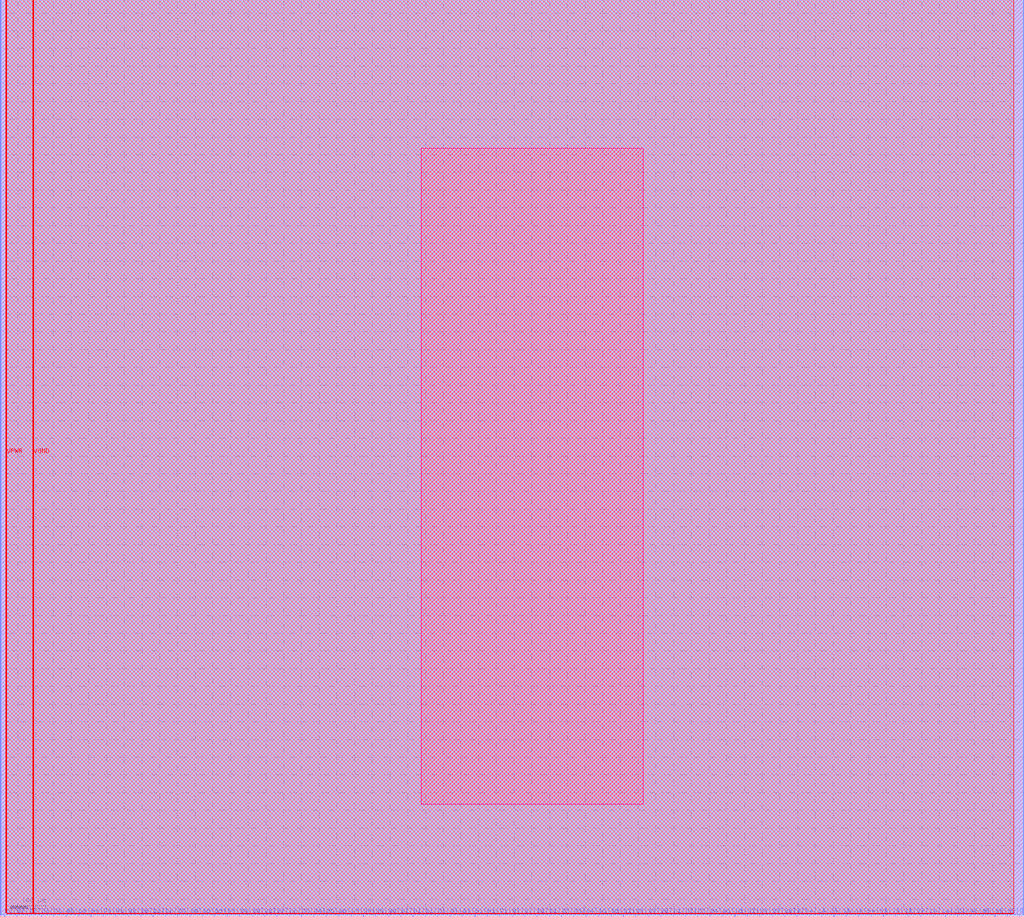
<source format=lef>
VERSION 5.7 ;
  NOWIREEXTENSIONATPIN ON ;
  DIVIDERCHAR "/" ;
  BUSBITCHARS "[]" ;
MACRO RAM_5Kx32
  CLASS BLOCK ;
  FOREIGN RAM_5Kx32 ;
  ORIGIN 0.000 0.000 ;
  SIZE 2889.180 BY 2587.390 ;
  PIN A[0]
    DIRECTION INPUT ;
    PORT
      LAYER met2 ;
        RECT 2247.380 0.000 2247.660 4.000 ;
    END
  END A[0]
  PIN A[10]
    DIRECTION INPUT ;
    PORT
      LAYER met2 ;
        RECT 2596.980 0.000 2597.260 4.000 ;
    END
  END A[10]
  PIN A[11]
    DIRECTION INPUT ;
    PORT
      LAYER met2 ;
        RECT 2631.940 0.000 2632.220 4.000 ;
    END
  END A[11]
  PIN A[12]
    DIRECTION INPUT ;
    PORT
      LAYER met2 ;
        RECT 2666.900 0.000 2667.180 4.000 ;
    END
  END A[12]
  PIN A[1]
    DIRECTION INPUT ;
    PORT
      LAYER met2 ;
        RECT 2282.340 0.000 2282.620 4.000 ;
    END
  END A[1]
  PIN A[2]
    DIRECTION INPUT ;
    PORT
      LAYER met2 ;
        RECT 2317.300 0.000 2317.580 4.000 ;
    END
  END A[2]
  PIN A[3]
    DIRECTION INPUT ;
    PORT
      LAYER met2 ;
        RECT 2352.260 0.000 2352.540 4.000 ;
    END
  END A[3]
  PIN A[4]
    DIRECTION INPUT ;
    PORT
      LAYER met2 ;
        RECT 2387.220 0.000 2387.500 4.000 ;
    END
  END A[4]
  PIN A[5]
    DIRECTION INPUT ;
    PORT
      LAYER met2 ;
        RECT 2422.180 0.000 2422.460 4.000 ;
    END
  END A[5]
  PIN A[6]
    DIRECTION INPUT ;
    PORT
      LAYER met2 ;
        RECT 2457.140 0.000 2457.420 4.000 ;
    END
  END A[6]
  PIN A[7]
    DIRECTION INPUT ;
    PORT
      LAYER met2 ;
        RECT 2492.100 0.000 2492.380 4.000 ;
    END
  END A[7]
  PIN A[8]
    DIRECTION INPUT ;
    PORT
      LAYER met2 ;
        RECT 2527.060 0.000 2527.340 4.000 ;
    END
  END A[8]
  PIN A[9]
    DIRECTION INPUT ;
    PORT
      LAYER met2 ;
        RECT 2562.020 0.000 2562.300 4.000 ;
    END
  END A[9]
  PIN CLK
    DIRECTION INPUT ;
    PORT
      LAYER met2 ;
        RECT 2701.860 0.000 2702.140 4.000 ;
    END
  END CLK
  PIN Di[0]
    DIRECTION INPUT ;
    PORT
      LAYER met2 ;
        RECT 1129.580 0.000 1129.860 4.000 ;
    END
  END Di[0]
  PIN Di[10]
    DIRECTION INPUT ;
    PORT
      LAYER met2 ;
        RECT 1478.720 0.000 1479.000 4.000 ;
    END
  END Di[10]
  PIN Di[11]
    DIRECTION INPUT ;
    PORT
      LAYER met2 ;
        RECT 1513.680 0.000 1513.960 4.000 ;
    END
  END Di[11]
  PIN Di[12]
    DIRECTION INPUT ;
    PORT
      LAYER met2 ;
        RECT 1548.640 0.000 1548.920 4.000 ;
    END
  END Di[12]
  PIN Di[13]
    DIRECTION INPUT ;
    PORT
      LAYER met2 ;
        RECT 1583.600 0.000 1583.880 4.000 ;
    END
  END Di[13]
  PIN Di[14]
    DIRECTION INPUT ;
    PORT
      LAYER met2 ;
        RECT 1618.560 0.000 1618.840 4.000 ;
    END
  END Di[14]
  PIN Di[15]
    DIRECTION INPUT ;
    PORT
      LAYER met2 ;
        RECT 1653.520 0.000 1653.800 4.000 ;
    END
  END Di[15]
  PIN Di[16]
    DIRECTION INPUT ;
    PORT
      LAYER met2 ;
        RECT 1688.480 0.000 1688.760 4.000 ;
    END
  END Di[16]
  PIN Di[17]
    DIRECTION INPUT ;
    PORT
      LAYER met2 ;
        RECT 1723.440 0.000 1723.720 4.000 ;
    END
  END Di[17]
  PIN Di[18]
    DIRECTION INPUT ;
    PORT
      LAYER met2 ;
        RECT 1758.400 0.000 1758.680 4.000 ;
    END
  END Di[18]
  PIN Di[19]
    DIRECTION INPUT ;
    PORT
      LAYER met2 ;
        RECT 1793.360 0.000 1793.640 4.000 ;
    END
  END Di[19]
  PIN Di[1]
    DIRECTION INPUT ;
    PORT
      LAYER met2 ;
        RECT 1164.540 0.000 1164.820 4.000 ;
    END
  END Di[1]
  PIN Di[20]
    DIRECTION INPUT ;
    PORT
      LAYER met2 ;
        RECT 1828.320 0.000 1828.600 4.000 ;
    END
  END Di[20]
  PIN Di[21]
    DIRECTION INPUT ;
    PORT
      LAYER met2 ;
        RECT 1863.280 0.000 1863.560 4.000 ;
    END
  END Di[21]
  PIN Di[22]
    DIRECTION INPUT ;
    PORT
      LAYER met2 ;
        RECT 1898.240 0.000 1898.520 4.000 ;
    END
  END Di[22]
  PIN Di[23]
    DIRECTION INPUT ;
    PORT
      LAYER met2 ;
        RECT 1933.200 0.000 1933.480 4.000 ;
    END
  END Di[23]
  PIN Di[24]
    DIRECTION INPUT ;
    PORT
      LAYER met2 ;
        RECT 1968.160 0.000 1968.440 4.000 ;
    END
  END Di[24]
  PIN Di[25]
    DIRECTION INPUT ;
    PORT
      LAYER met2 ;
        RECT 2003.120 0.000 2003.400 4.000 ;
    END
  END Di[25]
  PIN Di[26]
    DIRECTION INPUT ;
    PORT
      LAYER met2 ;
        RECT 2038.080 0.000 2038.360 4.000 ;
    END
  END Di[26]
  PIN Di[27]
    DIRECTION INPUT ;
    PORT
      LAYER met2 ;
        RECT 2073.040 0.000 2073.320 4.000 ;
    END
  END Di[27]
  PIN Di[28]
    DIRECTION INPUT ;
    PORT
      LAYER met2 ;
        RECT 2108.000 0.000 2108.280 4.000 ;
    END
  END Di[28]
  PIN Di[29]
    DIRECTION INPUT ;
    PORT
      LAYER met2 ;
        RECT 2142.960 0.000 2143.240 4.000 ;
    END
  END Di[29]
  PIN Di[2]
    DIRECTION INPUT ;
    PORT
      LAYER met2 ;
        RECT 1199.500 0.000 1199.780 4.000 ;
    END
  END Di[2]
  PIN Di[30]
    DIRECTION INPUT ;
    PORT
      LAYER met2 ;
        RECT 2177.920 0.000 2178.200 4.000 ;
    END
  END Di[30]
  PIN Di[31]
    DIRECTION INPUT ;
    PORT
      LAYER met2 ;
        RECT 2212.420 0.000 2212.700 4.000 ;
    END
  END Di[31]
  PIN Di[3]
    DIRECTION INPUT ;
    PORT
      LAYER met2 ;
        RECT 1234.460 0.000 1234.740 4.000 ;
    END
  END Di[3]
  PIN Di[4]
    DIRECTION INPUT ;
    PORT
      LAYER met2 ;
        RECT 1269.420 0.000 1269.700 4.000 ;
    END
  END Di[4]
  PIN Di[5]
    DIRECTION INPUT ;
    PORT
      LAYER met2 ;
        RECT 1304.380 0.000 1304.660 4.000 ;
    END
  END Di[5]
  PIN Di[6]
    DIRECTION INPUT ;
    PORT
      LAYER met2 ;
        RECT 1339.340 0.000 1339.620 4.000 ;
    END
  END Di[6]
  PIN Di[7]
    DIRECTION INPUT ;
    PORT
      LAYER met2 ;
        RECT 1374.300 0.000 1374.580 4.000 ;
    END
  END Di[7]
  PIN Di[8]
    DIRECTION INPUT ;
    PORT
      LAYER met2 ;
        RECT 1409.260 0.000 1409.540 4.000 ;
    END
  END Di[8]
  PIN Di[9]
    DIRECTION INPUT ;
    PORT
      LAYER met2 ;
        RECT 1444.220 0.000 1444.500 4.000 ;
    END
  END Di[9]
  PIN Do[0]
    DIRECTION OUTPUT TRISTATE ;
    PORT
      LAYER met2 ;
        RECT 11.780 0.000 12.060 4.000 ;
    END
  END Do[0]
  PIN Do[10]
    DIRECTION OUTPUT TRISTATE ;
    PORT
      LAYER met2 ;
        RECT 360.920 0.000 361.200 4.000 ;
    END
  END Do[10]
  PIN Do[11]
    DIRECTION OUTPUT TRISTATE ;
    PORT
      LAYER met2 ;
        RECT 395.880 0.000 396.160 4.000 ;
    END
  END Do[11]
  PIN Do[12]
    DIRECTION OUTPUT TRISTATE ;
    PORT
      LAYER met2 ;
        RECT 430.840 0.000 431.120 4.000 ;
    END
  END Do[12]
  PIN Do[13]
    DIRECTION OUTPUT TRISTATE ;
    PORT
      LAYER met2 ;
        RECT 465.800 0.000 466.080 4.000 ;
    END
  END Do[13]
  PIN Do[14]
    DIRECTION OUTPUT TRISTATE ;
    PORT
      LAYER met2 ;
        RECT 500.760 0.000 501.040 4.000 ;
    END
  END Do[14]
  PIN Do[15]
    DIRECTION OUTPUT TRISTATE ;
    PORT
      LAYER met2 ;
        RECT 535.720 0.000 536.000 4.000 ;
    END
  END Do[15]
  PIN Do[16]
    DIRECTION OUTPUT TRISTATE ;
    PORT
      LAYER met2 ;
        RECT 570.680 0.000 570.960 4.000 ;
    END
  END Do[16]
  PIN Do[17]
    DIRECTION OUTPUT TRISTATE ;
    PORT
      LAYER met2 ;
        RECT 605.640 0.000 605.920 4.000 ;
    END
  END Do[17]
  PIN Do[18]
    DIRECTION OUTPUT TRISTATE ;
    PORT
      LAYER met2 ;
        RECT 640.600 0.000 640.880 4.000 ;
    END
  END Do[18]
  PIN Do[19]
    DIRECTION OUTPUT TRISTATE ;
    PORT
      LAYER met2 ;
        RECT 675.560 0.000 675.840 4.000 ;
    END
  END Do[19]
  PIN Do[1]
    DIRECTION OUTPUT TRISTATE ;
    PORT
      LAYER met2 ;
        RECT 46.280 0.000 46.560 4.000 ;
    END
  END Do[1]
  PIN Do[20]
    DIRECTION OUTPUT TRISTATE ;
    PORT
      LAYER met2 ;
        RECT 710.520 0.000 710.800 4.000 ;
    END
  END Do[20]
  PIN Do[21]
    DIRECTION OUTPUT TRISTATE ;
    PORT
      LAYER met2 ;
        RECT 745.020 0.000 745.300 4.000 ;
    END
  END Do[21]
  PIN Do[22]
    DIRECTION OUTPUT TRISTATE ;
    PORT
      LAYER met2 ;
        RECT 779.980 0.000 780.260 4.000 ;
    END
  END Do[22]
  PIN Do[23]
    DIRECTION OUTPUT TRISTATE ;
    PORT
      LAYER met2 ;
        RECT 814.940 0.000 815.220 4.000 ;
    END
  END Do[23]
  PIN Do[24]
    DIRECTION OUTPUT TRISTATE ;
    PORT
      LAYER met2 ;
        RECT 849.900 0.000 850.180 4.000 ;
    END
  END Do[24]
  PIN Do[25]
    DIRECTION OUTPUT TRISTATE ;
    PORT
      LAYER met2 ;
        RECT 884.860 0.000 885.140 4.000 ;
    END
  END Do[25]
  PIN Do[26]
    DIRECTION OUTPUT TRISTATE ;
    PORT
      LAYER met2 ;
        RECT 919.820 0.000 920.100 4.000 ;
    END
  END Do[26]
  PIN Do[27]
    DIRECTION OUTPUT TRISTATE ;
    PORT
      LAYER met2 ;
        RECT 954.780 0.000 955.060 4.000 ;
    END
  END Do[27]
  PIN Do[28]
    DIRECTION OUTPUT TRISTATE ;
    PORT
      LAYER met2 ;
        RECT 989.740 0.000 990.020 4.000 ;
    END
  END Do[28]
  PIN Do[29]
    DIRECTION OUTPUT TRISTATE ;
    PORT
      LAYER met2 ;
        RECT 1024.700 0.000 1024.980 4.000 ;
    END
  END Do[29]
  PIN Do[2]
    DIRECTION OUTPUT TRISTATE ;
    PORT
      LAYER met2 ;
        RECT 81.240 0.000 81.520 4.000 ;
    END
  END Do[2]
  PIN Do[30]
    DIRECTION OUTPUT TRISTATE ;
    PORT
      LAYER met2 ;
        RECT 1059.660 0.000 1059.940 4.000 ;
    END
  END Do[30]
  PIN Do[31]
    DIRECTION OUTPUT TRISTATE ;
    PORT
      LAYER met2 ;
        RECT 1094.620 0.000 1094.900 4.000 ;
    END
  END Do[31]
  PIN Do[3]
    DIRECTION OUTPUT TRISTATE ;
    PORT
      LAYER met2 ;
        RECT 116.200 0.000 116.480 4.000 ;
    END
  END Do[3]
  PIN Do[4]
    DIRECTION OUTPUT TRISTATE ;
    PORT
      LAYER met2 ;
        RECT 151.160 0.000 151.440 4.000 ;
    END
  END Do[4]
  PIN Do[5]
    DIRECTION OUTPUT TRISTATE ;
    PORT
      LAYER met2 ;
        RECT 186.120 0.000 186.400 4.000 ;
    END
  END Do[5]
  PIN Do[6]
    DIRECTION OUTPUT TRISTATE ;
    PORT
      LAYER met2 ;
        RECT 221.080 0.000 221.360 4.000 ;
    END
  END Do[6]
  PIN Do[7]
    DIRECTION OUTPUT TRISTATE ;
    PORT
      LAYER met2 ;
        RECT 256.040 0.000 256.320 4.000 ;
    END
  END Do[7]
  PIN Do[8]
    DIRECTION OUTPUT TRISTATE ;
    PORT
      LAYER met2 ;
        RECT 291.000 0.000 291.280 4.000 ;
    END
  END Do[8]
  PIN Do[9]
    DIRECTION OUTPUT TRISTATE ;
    PORT
      LAYER met2 ;
        RECT 325.960 0.000 326.240 4.000 ;
    END
  END Do[9]
  PIN EN
    DIRECTION INPUT ;
    PORT
      LAYER met2 ;
        RECT 2876.660 0.000 2876.940 4.000 ;
    END
  END EN
  PIN WE[0]
    DIRECTION INPUT ;
    PORT
      LAYER met2 ;
        RECT 2736.820 0.000 2737.100 4.000 ;
    END
  END WE[0]
  PIN WE[1]
    DIRECTION INPUT ;
    PORT
      LAYER met2 ;
        RECT 2771.780 0.000 2772.060 4.000 ;
    END
  END WE[1]
  PIN WE[2]
    DIRECTION INPUT ;
    PORT
      LAYER met2 ;
        RECT 2806.740 0.000 2807.020 4.000 ;
    END
  END WE[2]
  PIN WE[3]
    DIRECTION INPUT ;
    PORT
      LAYER met2 ;
        RECT 2841.700 0.000 2841.980 4.000 ;
    END
  END WE[3]
  PIN VPWR
    DIRECTION INPUT ;
    USE POWER ;
    PORT
      LAYER met4 ;
        RECT 15.710 10.640 17.310 2586.960 ;
    END
  END VPWR
  PIN VGND
    DIRECTION INPUT ;
    USE GROUND ;
    PORT
      LAYER met4 ;
        RECT 92.510 10.640 94.110 2586.960 ;
    END
  END VGND
  OBS
      LAYER li1 ;
        RECT 0.190 7.225 2888.990 2586.805 ;
      LAYER met1 ;
        RECT 0.190 4.460 2888.990 2587.360 ;
      LAYER met2 ;
        RECT 1.670 4.280 2887.510 2587.390 ;
        RECT 1.670 4.000 11.500 4.280 ;
        RECT 12.340 4.000 46.000 4.280 ;
        RECT 46.840 4.000 80.960 4.280 ;
        RECT 81.800 4.000 115.920 4.280 ;
        RECT 116.760 4.000 150.880 4.280 ;
        RECT 151.720 4.000 185.840 4.280 ;
        RECT 186.680 4.000 220.800 4.280 ;
        RECT 221.640 4.000 255.760 4.280 ;
        RECT 256.600 4.000 290.720 4.280 ;
        RECT 291.560 4.000 325.680 4.280 ;
        RECT 326.520 4.000 360.640 4.280 ;
        RECT 361.480 4.000 395.600 4.280 ;
        RECT 396.440 4.000 430.560 4.280 ;
        RECT 431.400 4.000 465.520 4.280 ;
        RECT 466.360 4.000 500.480 4.280 ;
        RECT 501.320 4.000 535.440 4.280 ;
        RECT 536.280 4.000 570.400 4.280 ;
        RECT 571.240 4.000 605.360 4.280 ;
        RECT 606.200 4.000 640.320 4.280 ;
        RECT 641.160 4.000 675.280 4.280 ;
        RECT 676.120 4.000 710.240 4.280 ;
        RECT 711.080 4.000 744.740 4.280 ;
        RECT 745.580 4.000 779.700 4.280 ;
        RECT 780.540 4.000 814.660 4.280 ;
        RECT 815.500 4.000 849.620 4.280 ;
        RECT 850.460 4.000 884.580 4.280 ;
        RECT 885.420 4.000 919.540 4.280 ;
        RECT 920.380 4.000 954.500 4.280 ;
        RECT 955.340 4.000 989.460 4.280 ;
        RECT 990.300 4.000 1024.420 4.280 ;
        RECT 1025.260 4.000 1059.380 4.280 ;
        RECT 1060.220 4.000 1094.340 4.280 ;
        RECT 1095.180 4.000 1129.300 4.280 ;
        RECT 1130.140 4.000 1164.260 4.280 ;
        RECT 1165.100 4.000 1199.220 4.280 ;
        RECT 1200.060 4.000 1234.180 4.280 ;
        RECT 1235.020 4.000 1269.140 4.280 ;
        RECT 1269.980 4.000 1304.100 4.280 ;
        RECT 1304.940 4.000 1339.060 4.280 ;
        RECT 1339.900 4.000 1374.020 4.280 ;
        RECT 1374.860 4.000 1408.980 4.280 ;
        RECT 1409.820 4.000 1443.940 4.280 ;
        RECT 1444.780 4.000 1478.440 4.280 ;
        RECT 1479.280 4.000 1513.400 4.280 ;
        RECT 1514.240 4.000 1548.360 4.280 ;
        RECT 1549.200 4.000 1583.320 4.280 ;
        RECT 1584.160 4.000 1618.280 4.280 ;
        RECT 1619.120 4.000 1653.240 4.280 ;
        RECT 1654.080 4.000 1688.200 4.280 ;
        RECT 1689.040 4.000 1723.160 4.280 ;
        RECT 1724.000 4.000 1758.120 4.280 ;
        RECT 1758.960 4.000 1793.080 4.280 ;
        RECT 1793.920 4.000 1828.040 4.280 ;
        RECT 1828.880 4.000 1863.000 4.280 ;
        RECT 1863.840 4.000 1897.960 4.280 ;
        RECT 1898.800 4.000 1932.920 4.280 ;
        RECT 1933.760 4.000 1967.880 4.280 ;
        RECT 1968.720 4.000 2002.840 4.280 ;
        RECT 2003.680 4.000 2037.800 4.280 ;
        RECT 2038.640 4.000 2072.760 4.280 ;
        RECT 2073.600 4.000 2107.720 4.280 ;
        RECT 2108.560 4.000 2142.680 4.280 ;
        RECT 2143.520 4.000 2177.640 4.280 ;
        RECT 2178.480 4.000 2212.140 4.280 ;
        RECT 2212.980 4.000 2247.100 4.280 ;
        RECT 2247.940 4.000 2282.060 4.280 ;
        RECT 2282.900 4.000 2317.020 4.280 ;
        RECT 2317.860 4.000 2351.980 4.280 ;
        RECT 2352.820 4.000 2386.940 4.280 ;
        RECT 2387.780 4.000 2421.900 4.280 ;
        RECT 2422.740 4.000 2456.860 4.280 ;
        RECT 2457.700 4.000 2491.820 4.280 ;
        RECT 2492.660 4.000 2526.780 4.280 ;
        RECT 2527.620 4.000 2561.740 4.280 ;
        RECT 2562.580 4.000 2596.700 4.280 ;
        RECT 2597.540 4.000 2631.660 4.280 ;
        RECT 2632.500 4.000 2666.620 4.280 ;
        RECT 2667.460 4.000 2701.580 4.280 ;
        RECT 2702.420 4.000 2736.540 4.280 ;
        RECT 2737.380 4.000 2771.500 4.280 ;
        RECT 2772.340 4.000 2806.460 4.280 ;
        RECT 2807.300 4.000 2841.420 4.280 ;
        RECT 2842.260 4.000 2876.380 4.280 ;
        RECT 2877.220 4.000 2887.510 4.280 ;
      LAYER met3 ;
        RECT 3.015 4.255 2887.085 2586.885 ;
      LAYER met4 ;
        RECT 17.965 10.240 92.110 2586.960 ;
        RECT 94.510 10.240 2860.175 2586.960 ;
        RECT 17.965 8.335 2860.175 10.240 ;
      LAYER met5 ;
        RECT 1187.570 317.100 1813.850 2168.300 ;
  END
END RAM_5Kx32
END LIBRARY


</source>
